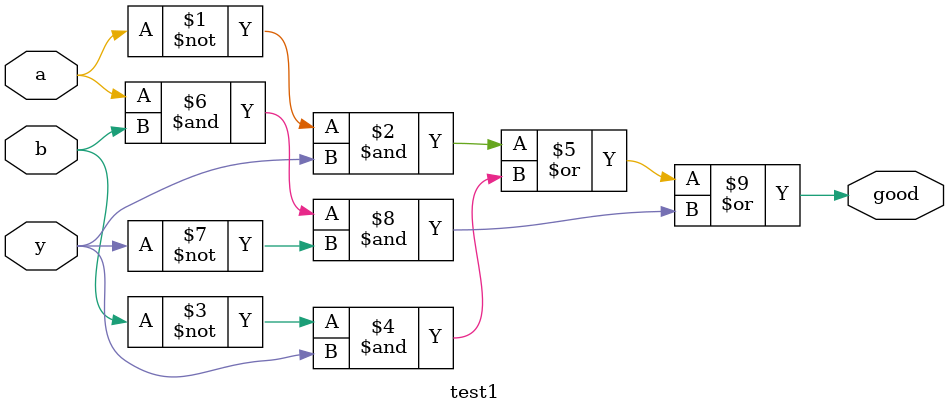
<source format=sv>
/* *******************************
 *	COSE221 Lab #2
 *
 *	Author: Gunjae Koo (gunjaekoo@korea.ac.kr)
 *
 * *******************************
 */

module test1(a, b, y, good);
	input			a, b, y;
	output			good;

	assign good = (~a & y) | (~b & y) | (a & b & ~y);

endmodule

</source>
